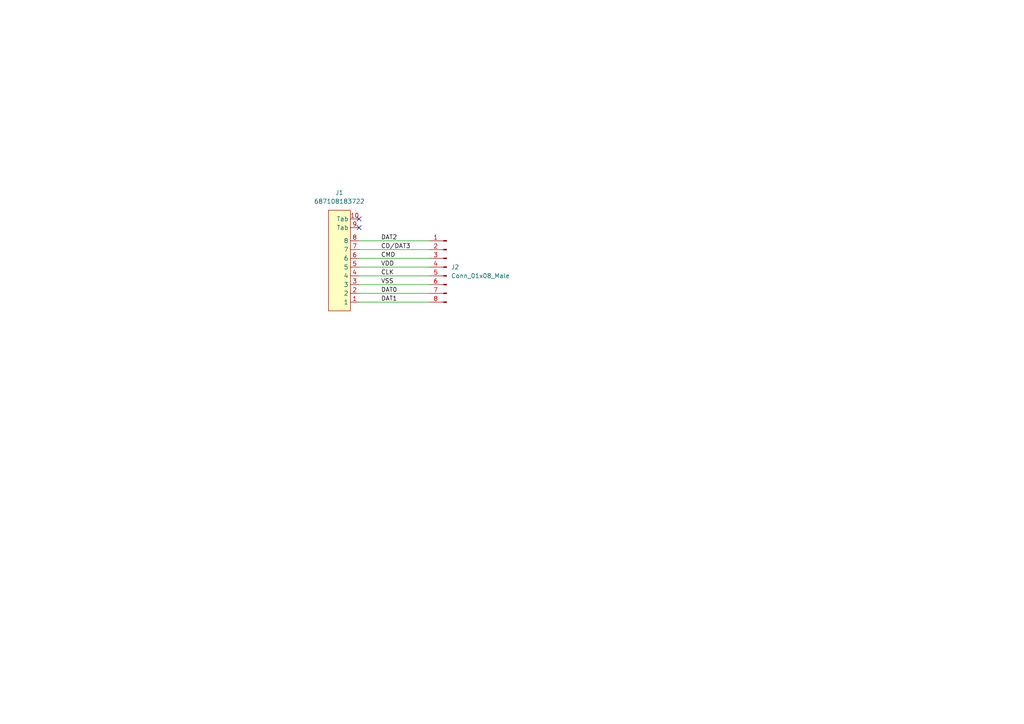
<source format=kicad_sch>
(kicad_sch (version 20211123) (generator eeschema)
  (paper "A4")
  (lib_symbols
    (symbol "Connector:Conn_01x08_Male" (pin_names (offset 1.016) hide)
      (property "Reference" "J" (at 0 10.16 0))
      (property "Value" "Conn_01x08_Male" (at 0 -12.7 0))
      (symbol "Conn_01x08_Male_1_1"
        (polyline (pts (xy 1.27 -10.16) (xy 0.8636 -10.16)) (stroke (width 0.1524)))
        (polyline (pts (xy 1.27 -7.62) (xy 0.8636 -7.62)) (stroke (width 0.1524)))
        (polyline (pts (xy 1.27 -5.08) (xy 0.8636 -5.08)) (stroke (width 0.1524)))
        (polyline (pts (xy 1.27 -2.54) (xy 0.8636 -2.54)) (stroke (width 0.1524)))
        (polyline (pts (xy 1.27 0) (xy 0.8636 0)) (stroke (width 0.1524)))
        (polyline (pts (xy 1.27 2.54) (xy 0.8636 2.54)) (stroke (width 0.1524)))
        (polyline (pts (xy 1.27 5.08) (xy 0.8636 5.08)) (stroke (width 0.1524)))
        (polyline (pts (xy 1.27 7.62) (xy 0.8636 7.62)) (stroke (width 0.1524)))
        (rectangle (start 0.8636 -10.033) (end 0 -10.287) (stroke (width 0.1524)) (fill (type outline)))
        (rectangle (start 0.8636 -7.493) (end 0 -7.747) (stroke (width 0.1524)) (fill (type outline)))
        (rectangle (start 0.8636 -4.953) (end 0 -5.207) (stroke (width 0.1524)) (fill (type outline)))
        (rectangle (start 0.8636 -2.413) (end 0 -2.667) (stroke (width 0.1524)) (fill (type outline)))
        (rectangle (start 0.8636 0.127) (end 0 -0.127) (stroke (width 0.1524)) (fill (type outline)))
        (rectangle (start 0.8636 2.667) (end 0 2.413) (stroke (width 0.1524)) (fill (type outline)))
        (rectangle (start 0.8636 5.207) (end 0 4.953) (stroke (width 0.1524)) (fill (type outline)))
        (rectangle (start 0.8636 7.747) (end 0 7.493) (stroke (width 0.1524)) (fill (type outline)))
        (pin passive line (at 5.08 7.62 180) (length 3.81) (name "Pin_1") (number "1"))
        (pin passive line (at 5.08 5.08 180) (length 3.81) (name "Pin_2") (number "2"))
        (pin passive line (at 5.08 2.54 180) (length 3.81) (name "Pin_3") (number "3"))
        (pin passive line (at 5.08 0 180) (length 3.81) (name "Pin_4") (number "4"))
        (pin passive line (at 5.08 -2.54 180) (length 3.81) (name "Pin_5") (number "5"))
        (pin passive line (at 5.08 -5.08 180) (length 3.81) (name "Pin_6") (number "6"))
        (pin passive line (at 5.08 -7.62 180) (length 3.81) (name "Pin_7") (number "7"))
        (pin passive line (at 5.08 -10.16 180) (length 3.81) (name "Pin_8") (number "8"))
      )
    )
    (symbol "sd-card-mux:687108183722"
      (property "Reference" "J" (at 1.27 1.27 0))
      (property "Value" "687108183722" (at 2.54 -30.48 0))
      (symbol "687108183722_0_1"
        (rectangle (start 0 0) (end 6.35 -29.21) (stroke (width 0.1524)) (fill (type background)))
      )
      (symbol "687108183722_1_1"
        (pin passive line (at -2.54 -2.54 0) (length 2.54) (name "1") (number "1"))
        (pin passive line (at -2.54 -26.67 0) (length 2.54) (name "Tab") (number "10"))
        (pin passive line (at -2.54 -5.08 0) (length 2.54) (name "2") (number "2"))
        (pin passive line (at -2.54 -7.62 0) (length 2.54) (name "3") (number "3"))
        (pin passive line (at -2.54 -10.16 0) (length 2.54) (name "4") (number "4"))
        (pin passive line (at -2.54 -12.7 0) (length 2.54) (name "5") (number "5"))
        (pin passive line (at -2.54 -15.24 0) (length 2.54) (name "6") (number "6"))
        (pin passive line (at -2.54 -17.78 0) (length 2.54) (name "7") (number "7"))
        (pin passive line (at -2.54 -20.32 0) (length 2.54) (name "8") (number "8"))
        (pin passive line (at -2.54 -24.13 0) (length 2.54) (name "Tab") (number "9"))
      )
    )
  )
  (no_connect (at 104.14 63.5))
  (no_connect (at 104.14 66.04))
  (wire (pts (xy 104.14 69.85) (xy 124.46 69.85)))
  (wire (pts (xy 104.14 85.09) (xy 124.46 85.09)))
  (wire (pts (xy 104.14 82.55) (xy 124.46 82.55)))
  (wire (pts (xy 104.14 77.47) (xy 124.46 77.47)))
  (wire (pts (xy 104.14 74.93) (xy 124.46 74.93)))
  (wire (pts (xy 104.14 80.01) (xy 124.46 80.01)))
  (wire (pts (xy 104.14 72.39) (xy 124.46 72.39)))
  (wire (pts (xy 104.14 87.63) (xy 124.46 87.63)))
  (label "VSS" (at 110.49 82.55 0))
  (label "DAT0" (at 110.49 85.09 0))
  (label "VDD" (at 110.49 77.47 0))
  (label "DAT2" (at 110.49 69.85 0))
  (label "CMD" (at 110.49 74.93 0))
  (label "CD{slash}DAT3" (at 110.49 72.39 0))
  (label "DAT1" (at 110.49 87.63 0))
  (label "CLK" (at 110.49 80.01 0))
  (symbol (lib_id "sd-card-mux:687108183722") (at 101.6 90.17 180) (unit 1)
    (property "Reference" "J1" (at 98.425 55.88 0))
    (property "Value" "687108183722" (at 98.425 58.42 0))
    (property "Footprint" "sd-card-mux:Wurth_FPC_687108183722" (effects hide))
    (property "Datasheet" "https://www.we-online.com/katalog/datasheet/687108183722.pdf" (effects hide))
    (property "PartNumber" "687108183722" (effects hide))
    (property "Manufacturer" "Wurth Elektronik" (effects hide))
    (property "Supplier" "Digi-Key" (effects hide))
    (property "SupplierPartNumber" "732-11346-1-ND" (effects hide))
  )
  (symbol (lib_id "Connector:Conn_01x08_Male") (at 129.54 77.47 0) (mirror y) (unit 1)
    (property "Reference" "J2" (at 130.81 77.4699 0) (effects (justify right)))
    (property "Value" "Conn_01x08_Male" (at 130.81 80.0099 0) (effects (justify right)))
    (property "Footprint" "sd-card-mux:micro-sd-contacts" (effects hide))
  )
)
</source>
